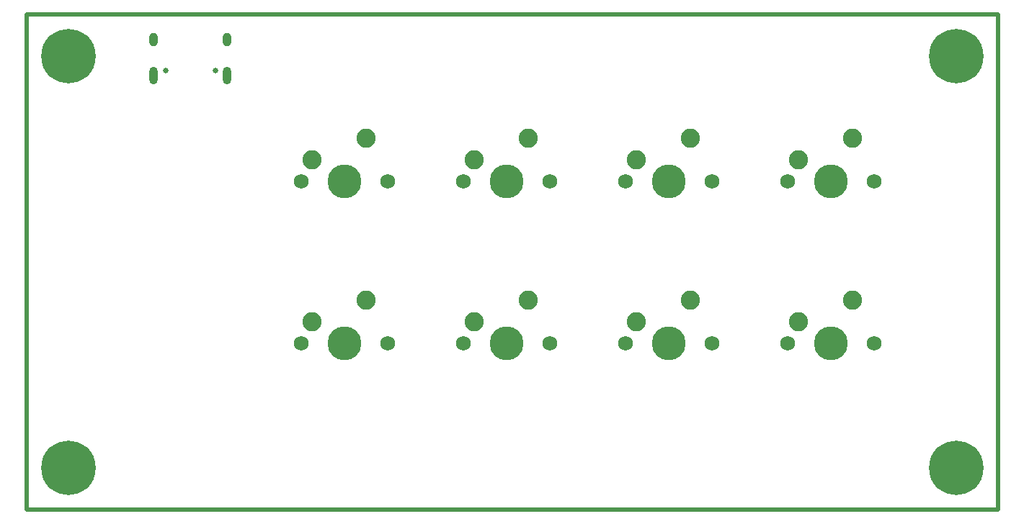
<source format=gbs>
G04 #@! TF.GenerationSoftware,KiCad,Pcbnew,(5.1.10-1-10_14)*
G04 #@! TF.CreationDate,2021-08-26T22:34:32+08:00*
G04 #@! TF.ProjectId,SMP v.2,534d5020-762e-4322-9e6b-696361645f70,rev?*
G04 #@! TF.SameCoordinates,Original*
G04 #@! TF.FileFunction,Soldermask,Bot*
G04 #@! TF.FilePolarity,Negative*
%FSLAX46Y46*%
G04 Gerber Fmt 4.6, Leading zero omitted, Abs format (unit mm)*
G04 Created by KiCad (PCBNEW (5.1.10-1-10_14)) date 2021-08-26 22:34:32*
%MOMM*%
%LPD*%
G01*
G04 APERTURE LIST*
%ADD10C,0.500000*%
%ADD11C,1.750000*%
%ADD12C,2.250000*%
%ADD13C,3.987800*%
%ADD14C,6.400000*%
%ADD15O,1.000000X1.600000*%
%ADD16C,0.650000*%
%ADD17O,1.000000X2.100000*%
G04 APERTURE END LIST*
D10*
X155778200Y-25488900D02*
X155778200Y-83677760D01*
X41640760Y-83677760D02*
X155778200Y-83677760D01*
X41641840Y-25488900D02*
X41640760Y-83677760D01*
X41641840Y-25488900D02*
X155778200Y-25488900D01*
D11*
X141265900Y-64136300D03*
X131105900Y-64136300D03*
D12*
X132375900Y-61596300D03*
D13*
X136185900Y-64136300D03*
D12*
X138725900Y-59056300D03*
D14*
X46528800Y-78790800D03*
X46528800Y-30378400D03*
X150901400Y-78790800D03*
X150901400Y-30378400D03*
D15*
X56592400Y-28439400D03*
D16*
X58022400Y-32089400D03*
D15*
X65232400Y-28439400D03*
D16*
X63802400Y-32089400D03*
D17*
X65232400Y-32619400D03*
X56592400Y-32619400D03*
D11*
X122215900Y-64136300D03*
X112055900Y-64136300D03*
D12*
X113325900Y-61596300D03*
D13*
X117135900Y-64136300D03*
D12*
X119675900Y-59056300D03*
D11*
X103165900Y-64136300D03*
X93005900Y-64136300D03*
D12*
X94275900Y-61596300D03*
D13*
X98085900Y-64136300D03*
D12*
X100625900Y-59056300D03*
D11*
X84115900Y-64136300D03*
X73955900Y-64136300D03*
D12*
X75225900Y-61596300D03*
D13*
X79035900Y-64136300D03*
D12*
X81575900Y-59056300D03*
D11*
X141265900Y-45086300D03*
X131105900Y-45086300D03*
D12*
X132375900Y-42546300D03*
D13*
X136185900Y-45086300D03*
D12*
X138725900Y-40006300D03*
D11*
X122215900Y-45086300D03*
X112055900Y-45086300D03*
D12*
X113325900Y-42546300D03*
D13*
X117135900Y-45086300D03*
D12*
X119675900Y-40006300D03*
D11*
X103165900Y-45086300D03*
X93005900Y-45086300D03*
D12*
X94275900Y-42546300D03*
D13*
X98085900Y-45086300D03*
D12*
X100625900Y-40006300D03*
D11*
X84115900Y-45086300D03*
X73955900Y-45086300D03*
D12*
X75225900Y-42546300D03*
D13*
X79035900Y-45086300D03*
D12*
X81575900Y-40006300D03*
M02*

</source>
